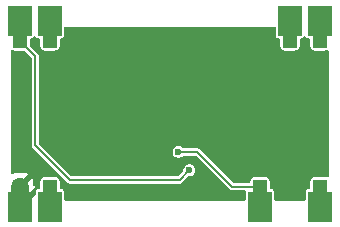
<source format=gbr>
%TF.GenerationSoftware,KiCad,Pcbnew,9.0.1+dfsg-1*%
%TF.CreationDate,2025-05-01T11:01:48+02:00*%
%TF.ProjectId,high-efficiency_dc-dc_converter,68696768-2d65-4666-9669-6369656e6379,rev?*%
%TF.SameCoordinates,Original*%
%TF.FileFunction,Copper,L2,Bot*%
%TF.FilePolarity,Positive*%
%FSLAX46Y46*%
G04 Gerber Fmt 4.6, Leading zero omitted, Abs format (unit mm)*
G04 Created by KiCad (PCBNEW 9.0.1+dfsg-1) date 2025-05-01 11:01:48*
%MOMM*%
%LPD*%
G01*
G04 APERTURE LIST*
G04 Aperture macros list*
%AMRoundRect*
0 Rectangle with rounded corners*
0 $1 Rounding radius*
0 $2 $3 $4 $5 $6 $7 $8 $9 X,Y pos of 4 corners*
0 Add a 4 corners polygon primitive as box body*
4,1,4,$2,$3,$4,$5,$6,$7,$8,$9,$2,$3,0*
0 Add four circle primitives for the rounded corners*
1,1,$1+$1,$2,$3*
1,1,$1+$1,$4,$5*
1,1,$1+$1,$6,$7*
1,1,$1+$1,$8,$9*
0 Add four rect primitives between the rounded corners*
20,1,$1+$1,$2,$3,$4,$5,0*
20,1,$1+$1,$4,$5,$6,$7,0*
20,1,$1+$1,$6,$7,$8,$9,0*
20,1,$1+$1,$8,$9,$2,$3,0*%
G04 Aperture macros list end*
%TA.AperFunction,CastellatedPad*%
%ADD10R,2.000000X2.540000*%
%TD*%
%TA.AperFunction,ComponentPad*%
%ADD11RoundRect,0.250000X-0.375000X0.375000X-0.375000X-0.375000X0.375000X-0.375000X0.375000X0.375000X0*%
%TD*%
%TA.AperFunction,ViaPad*%
%ADD12C,0.600000*%
%TD*%
%TA.AperFunction,Conductor*%
%ADD13C,1.500000*%
%TD*%
%TA.AperFunction,Conductor*%
%ADD14C,0.200000*%
%TD*%
G04 APERTURE END LIST*
D10*
%TO.P,M1,1,VCC*%
%TO.N,VBAT*%
X76200000Y-48655000D03*
D11*
X76200000Y-46955000D03*
D10*
%TO.P,M1,3*%
%TO.N,EN*%
X71120000Y-48655000D03*
D11*
X71120000Y-46955000D03*
D10*
%TO.P,M1,10*%
%TO.N,VCC_OUT*%
X53340000Y-48655000D03*
D11*
X53340000Y-46955000D03*
D10*
%TO.P,M1,11,GND*%
%TO.N,GND*%
X50800000Y-48655000D03*
D11*
X50800000Y-46955000D03*
%TO.P,M1,12*%
%TO.N,{slash}5V_SEL*%
X76200000Y-34615000D03*
D10*
X76200000Y-32915000D03*
D11*
%TO.P,M1,13*%
%TO.N,VCC_OUT*%
X73660000Y-34615000D03*
D10*
X73660000Y-32915000D03*
D11*
%TO.P,M1,21*%
X53340000Y-34615000D03*
D10*
X53340000Y-32915000D03*
D11*
%TO.P,M1,22*%
%TO.N,MODE*%
X50800000Y-34615000D03*
D10*
X50800000Y-32915000D03*
%TD*%
D12*
%TO.N,GND*%
X69580000Y-46200000D03*
X57430000Y-42865000D03*
X65390000Y-40410000D03*
X61595000Y-39370000D03*
X72450000Y-46560000D03*
X76350000Y-45530000D03*
X55080000Y-47020000D03*
X61595000Y-40640000D03*
X62230000Y-40005000D03*
X62865000Y-39370000D03*
X65080000Y-39550000D03*
X54250000Y-36010000D03*
X66040000Y-38100000D03*
X60890000Y-44540000D03*
X68690000Y-42190000D03*
X54480000Y-41130000D03*
X64130000Y-35120000D03*
X73025000Y-39370000D03*
X71810000Y-34550000D03*
X66070000Y-42250000D03*
X55680000Y-42840000D03*
X62865000Y-40640000D03*
X74900000Y-35860000D03*
X57270000Y-36330000D03*
X73660000Y-42545000D03*
X63290000Y-43540000D03*
X69850000Y-36195000D03*
X59330000Y-40040000D03*
X72200000Y-35360000D03*
%TO.N,MODE*%
X65150000Y-45570000D03*
%TO.N,EN*%
X64220000Y-44030000D03*
%TD*%
D13*
%TO.N,GND*%
X50800000Y-47762233D02*
X50800000Y-46990000D01*
D14*
%TO.N,MODE*%
X54620000Y-45970000D02*
X54620000Y-45960000D01*
X65150000Y-45570000D02*
X64320000Y-46400000D01*
X52105000Y-35920000D02*
X50800000Y-34615000D01*
X55050000Y-46400000D02*
X54620000Y-45970000D01*
X64320000Y-46400000D02*
X55050000Y-46400000D01*
X54620000Y-45960000D02*
X52105000Y-43445000D01*
X52105000Y-43445000D02*
X52105000Y-35920000D01*
%TO.N,EN*%
X64220000Y-44030000D02*
X65830000Y-44030000D01*
X68755000Y-46955000D02*
X71120000Y-46955000D01*
X65830000Y-44030000D02*
X68755000Y-46955000D01*
%TD*%
%TA.AperFunction,Conductor*%
%TO.N,GND*%
G36*
X72402539Y-33435185D02*
G01*
X72448294Y-33487989D01*
X72459500Y-33539500D01*
X72459500Y-34204752D01*
X72471131Y-34263229D01*
X72471132Y-34263230D01*
X72515447Y-34329552D01*
X72581769Y-34373867D01*
X72581770Y-34373868D01*
X72640247Y-34385499D01*
X72640250Y-34385500D01*
X72640252Y-34385500D01*
X72710500Y-34385500D01*
X72777539Y-34405185D01*
X72823294Y-34457989D01*
X72834500Y-34509500D01*
X72834500Y-35044269D01*
X72837353Y-35074699D01*
X72837353Y-35074701D01*
X72882206Y-35202880D01*
X72882207Y-35202882D01*
X72962850Y-35312150D01*
X73072118Y-35392793D01*
X73105123Y-35404342D01*
X73200299Y-35437646D01*
X73230730Y-35440500D01*
X73230734Y-35440500D01*
X74089270Y-35440500D01*
X74119699Y-35437646D01*
X74119701Y-35437646D01*
X74183790Y-35415219D01*
X74247882Y-35392793D01*
X74357150Y-35312150D01*
X74437793Y-35202882D01*
X74460219Y-35138790D01*
X74482646Y-35074701D01*
X74482646Y-35074699D01*
X74485500Y-35044269D01*
X74485500Y-34509500D01*
X74505185Y-34442461D01*
X74557989Y-34396706D01*
X74609500Y-34385500D01*
X74679750Y-34385500D01*
X74679751Y-34385499D01*
X74694568Y-34382552D01*
X74738229Y-34373868D01*
X74738229Y-34373867D01*
X74738231Y-34373867D01*
X74804552Y-34329552D01*
X74826898Y-34296108D01*
X74880510Y-34251304D01*
X74949834Y-34242597D01*
X75012862Y-34272751D01*
X75033100Y-34296106D01*
X75055448Y-34329552D01*
X75121769Y-34373867D01*
X75121770Y-34373868D01*
X75180247Y-34385499D01*
X75180250Y-34385500D01*
X75180252Y-34385500D01*
X75250500Y-34385500D01*
X75317539Y-34405185D01*
X75363294Y-34457989D01*
X75374500Y-34509500D01*
X75374500Y-35044269D01*
X75377353Y-35074699D01*
X75377353Y-35074701D01*
X75422206Y-35202880D01*
X75422207Y-35202882D01*
X75502850Y-35312150D01*
X75612118Y-35392793D01*
X75645123Y-35404342D01*
X75740299Y-35437646D01*
X75770730Y-35440500D01*
X75770734Y-35440500D01*
X76629270Y-35440500D01*
X76659699Y-35437646D01*
X76659701Y-35437646D01*
X76759970Y-35402559D01*
X76787882Y-35392793D01*
X76787882Y-35392792D01*
X76796652Y-35389724D01*
X76797106Y-35391022D01*
X76856022Y-35379040D01*
X76921149Y-35404342D01*
X76962259Y-35460839D01*
X76969500Y-35502593D01*
X76969500Y-46067406D01*
X76949815Y-46134445D01*
X76897011Y-46180200D01*
X76827853Y-46190144D01*
X76796740Y-46180024D01*
X76796652Y-46180276D01*
X76659700Y-46132353D01*
X76629270Y-46129500D01*
X76629266Y-46129500D01*
X75770734Y-46129500D01*
X75770730Y-46129500D01*
X75740300Y-46132353D01*
X75740298Y-46132353D01*
X75612119Y-46177206D01*
X75612117Y-46177207D01*
X75502850Y-46257850D01*
X75422207Y-46367117D01*
X75422206Y-46367119D01*
X75377353Y-46495298D01*
X75377353Y-46495300D01*
X75374500Y-46525730D01*
X75374500Y-47060500D01*
X75354815Y-47127539D01*
X75302011Y-47173294D01*
X75250500Y-47184500D01*
X75180247Y-47184500D01*
X75121770Y-47196131D01*
X75121769Y-47196132D01*
X75055447Y-47240447D01*
X75011132Y-47306769D01*
X75011131Y-47306770D01*
X74999500Y-47365247D01*
X74999500Y-48030500D01*
X74979815Y-48097539D01*
X74927011Y-48143294D01*
X74875500Y-48154500D01*
X72444500Y-48154500D01*
X72377461Y-48134815D01*
X72331706Y-48082011D01*
X72320500Y-48030500D01*
X72320500Y-47365249D01*
X72320499Y-47365247D01*
X72308868Y-47306770D01*
X72308867Y-47306769D01*
X72264552Y-47240447D01*
X72198230Y-47196132D01*
X72198229Y-47196131D01*
X72139752Y-47184500D01*
X72139748Y-47184500D01*
X72069500Y-47184500D01*
X72002461Y-47164815D01*
X71956706Y-47112011D01*
X71945500Y-47060500D01*
X71945500Y-46525730D01*
X71942646Y-46495300D01*
X71942646Y-46495298D01*
X71897793Y-46367119D01*
X71897792Y-46367117D01*
X71817150Y-46257850D01*
X71707882Y-46177207D01*
X71707880Y-46177206D01*
X71579700Y-46132353D01*
X71549270Y-46129500D01*
X71549266Y-46129500D01*
X70690734Y-46129500D01*
X70690730Y-46129500D01*
X70660300Y-46132353D01*
X70660298Y-46132353D01*
X70532119Y-46177206D01*
X70532117Y-46177207D01*
X70422850Y-46257850D01*
X70342207Y-46367117D01*
X70342206Y-46367119D01*
X70297353Y-46495298D01*
X70297353Y-46495300D01*
X70294500Y-46525730D01*
X70294500Y-46530500D01*
X70274815Y-46597539D01*
X70222011Y-46643294D01*
X70170500Y-46654500D01*
X68930833Y-46654500D01*
X68863794Y-46634815D01*
X68843152Y-46618181D01*
X66014512Y-43789541D01*
X66014507Y-43789537D01*
X66005065Y-43784086D01*
X66005064Y-43784086D01*
X65945991Y-43749980D01*
X65945990Y-43749979D01*
X65920513Y-43743152D01*
X65869562Y-43729500D01*
X65869560Y-43729500D01*
X64678676Y-43729500D01*
X64611637Y-43709815D01*
X64590995Y-43693181D01*
X64527316Y-43629502D01*
X64527314Y-43629500D01*
X64470250Y-43596554D01*
X64413187Y-43563608D01*
X64349539Y-43546554D01*
X64285892Y-43529500D01*
X64154108Y-43529500D01*
X64026812Y-43563608D01*
X63912686Y-43629500D01*
X63912683Y-43629502D01*
X63819502Y-43722683D01*
X63819500Y-43722686D01*
X63753608Y-43836812D01*
X63719500Y-43964108D01*
X63719500Y-44095891D01*
X63753608Y-44223187D01*
X63786554Y-44280250D01*
X63819500Y-44337314D01*
X63912686Y-44430500D01*
X64026814Y-44496392D01*
X64154108Y-44530500D01*
X64154110Y-44530500D01*
X64285890Y-44530500D01*
X64285892Y-44530500D01*
X64413186Y-44496392D01*
X64527314Y-44430500D01*
X64590995Y-44366819D01*
X64652318Y-44333334D01*
X64678676Y-44330500D01*
X65654167Y-44330500D01*
X65721206Y-44350185D01*
X65741848Y-44366819D01*
X68570489Y-47195460D01*
X68629829Y-47229720D01*
X68634302Y-47232303D01*
X68639012Y-47235022D01*
X68715438Y-47255500D01*
X69795500Y-47255500D01*
X69862539Y-47275185D01*
X69908294Y-47327989D01*
X69919500Y-47379500D01*
X69919500Y-48030500D01*
X69899815Y-48097539D01*
X69847011Y-48143294D01*
X69795500Y-48154500D01*
X54664500Y-48154500D01*
X54597461Y-48134815D01*
X54551706Y-48082011D01*
X54540500Y-48030500D01*
X54540500Y-47365249D01*
X54540499Y-47365247D01*
X54528868Y-47306770D01*
X54528867Y-47306769D01*
X54484552Y-47240447D01*
X54418230Y-47196132D01*
X54418229Y-47196131D01*
X54359752Y-47184500D01*
X54359748Y-47184500D01*
X54289500Y-47184500D01*
X54222461Y-47164815D01*
X54176706Y-47112011D01*
X54165500Y-47060500D01*
X54165500Y-46525730D01*
X54162646Y-46495300D01*
X54162646Y-46495298D01*
X54117793Y-46367119D01*
X54117792Y-46367117D01*
X54037150Y-46257850D01*
X53927882Y-46177207D01*
X53927880Y-46177206D01*
X53799700Y-46132353D01*
X53769270Y-46129500D01*
X53769266Y-46129500D01*
X52910734Y-46129500D01*
X52910730Y-46129500D01*
X52880300Y-46132353D01*
X52880298Y-46132353D01*
X52752119Y-46177206D01*
X52752117Y-46177207D01*
X52642850Y-46257850D01*
X52562207Y-46367117D01*
X52562206Y-46367119D01*
X52517353Y-46495298D01*
X52517353Y-46495300D01*
X52514500Y-46525730D01*
X52514500Y-47060500D01*
X52494815Y-47127539D01*
X52442011Y-47173294D01*
X52417831Y-47181450D01*
X52404334Y-47184500D01*
X52320252Y-47184500D01*
X52261769Y-47196133D01*
X52215226Y-47227232D01*
X52192787Y-47232303D01*
X52183488Y-47231713D01*
X52175185Y-47269883D01*
X52169456Y-47279346D01*
X52151132Y-47306770D01*
X52151131Y-47306770D01*
X52139500Y-47365247D01*
X52139500Y-47617690D01*
X52119815Y-47684729D01*
X52103181Y-47705371D01*
X51690371Y-48118181D01*
X51629048Y-48151666D01*
X51602690Y-48154500D01*
X51508034Y-48154500D01*
X51464641Y-48049742D01*
X51382563Y-47926903D01*
X51278553Y-47822893D01*
X51978672Y-47122775D01*
X52039995Y-47089290D01*
X52045139Y-47089657D01*
X52051496Y-47075052D01*
X52056150Y-47052803D01*
X52065173Y-47043633D01*
X52070309Y-47031835D01*
X52077775Y-47023671D01*
X52109405Y-46992040D01*
X52042088Y-46941647D01*
X52005664Y-46928061D01*
X51949731Y-46886190D01*
X51925315Y-46820725D01*
X51924999Y-46811880D01*
X51924999Y-46530028D01*
X51924998Y-46530013D01*
X51914505Y-46427302D01*
X51859357Y-46260875D01*
X51854900Y-46253650D01*
X51175000Y-46933550D01*
X51175000Y-46905630D01*
X51149444Y-46810255D01*
X51100075Y-46724745D01*
X51030255Y-46654925D01*
X50944745Y-46605556D01*
X50849370Y-46580000D01*
X50821446Y-46580000D01*
X51501347Y-45900099D01*
X51494124Y-45895643D01*
X51494119Y-45895641D01*
X51327697Y-45840494D01*
X51327690Y-45840493D01*
X51224980Y-45830000D01*
X50375028Y-45830000D01*
X50375012Y-45830001D01*
X50272301Y-45840494D01*
X50193503Y-45866605D01*
X50123675Y-45869007D01*
X50063633Y-45833275D01*
X50032441Y-45770754D01*
X50030500Y-45748899D01*
X50030500Y-35502593D01*
X50050185Y-35435554D01*
X50102989Y-35389799D01*
X50172147Y-35379855D01*
X50203259Y-35389976D01*
X50203348Y-35389724D01*
X50212117Y-35392792D01*
X50212118Y-35392793D01*
X50240029Y-35402559D01*
X50340299Y-35437646D01*
X50370730Y-35440500D01*
X50370734Y-35440500D01*
X51149167Y-35440500D01*
X51216206Y-35460185D01*
X51236848Y-35476819D01*
X51768181Y-36008152D01*
X51801666Y-36069475D01*
X51804500Y-36095833D01*
X51804500Y-43484562D01*
X51814739Y-43522775D01*
X51824979Y-43560991D01*
X51824980Y-43560992D01*
X51863775Y-43628186D01*
X51864456Y-43629399D01*
X51864538Y-43629509D01*
X54354335Y-46119306D01*
X54374041Y-46144987D01*
X54379537Y-46154507D01*
X54379539Y-46154510D01*
X54379540Y-46154511D01*
X54809540Y-46584511D01*
X54865489Y-46640460D01*
X54865491Y-46640461D01*
X54865495Y-46640464D01*
X54890543Y-46654925D01*
X54934011Y-46680021D01*
X55010438Y-46700500D01*
X55010440Y-46700500D01*
X64359560Y-46700500D01*
X64359562Y-46700500D01*
X64435989Y-46680021D01*
X64504511Y-46640460D01*
X64560460Y-46584511D01*
X65038151Y-46106818D01*
X65099474Y-46073334D01*
X65125832Y-46070500D01*
X65215890Y-46070500D01*
X65215892Y-46070500D01*
X65343186Y-46036392D01*
X65457314Y-45970500D01*
X65550500Y-45877314D01*
X65616392Y-45763186D01*
X65650500Y-45635892D01*
X65650500Y-45504108D01*
X65616392Y-45376814D01*
X65550500Y-45262686D01*
X65457314Y-45169500D01*
X65400250Y-45136554D01*
X65343187Y-45103608D01*
X65279539Y-45086554D01*
X65215892Y-45069500D01*
X65084108Y-45069500D01*
X64956812Y-45103608D01*
X64842686Y-45169500D01*
X64842683Y-45169502D01*
X64749502Y-45262683D01*
X64749500Y-45262686D01*
X64683608Y-45376812D01*
X64649500Y-45504108D01*
X64649500Y-45594166D01*
X64629815Y-45661205D01*
X64613181Y-45681847D01*
X64231848Y-46063181D01*
X64170525Y-46096666D01*
X64144167Y-46099500D01*
X55225833Y-46099500D01*
X55158794Y-46079815D01*
X55138152Y-46063181D01*
X54885664Y-45810693D01*
X54865959Y-45785014D01*
X54860460Y-45775489D01*
X54804511Y-45719540D01*
X52441819Y-43356848D01*
X52408334Y-43295525D01*
X52405500Y-43269167D01*
X52405500Y-35880440D01*
X52405500Y-35880438D01*
X52385022Y-35804012D01*
X52345460Y-35735489D01*
X51661819Y-35051848D01*
X51628334Y-34990525D01*
X51625500Y-34964167D01*
X51625500Y-34509500D01*
X51645185Y-34442461D01*
X51697989Y-34396706D01*
X51749500Y-34385500D01*
X51819750Y-34385500D01*
X51819751Y-34385499D01*
X51834568Y-34382552D01*
X51878229Y-34373868D01*
X51878229Y-34373867D01*
X51878231Y-34373867D01*
X51944552Y-34329552D01*
X51966898Y-34296108D01*
X52020510Y-34251304D01*
X52089834Y-34242597D01*
X52152862Y-34272751D01*
X52173100Y-34296106D01*
X52195448Y-34329552D01*
X52261769Y-34373867D01*
X52261770Y-34373868D01*
X52320247Y-34385499D01*
X52320250Y-34385500D01*
X52320252Y-34385500D01*
X52390500Y-34385500D01*
X52457539Y-34405185D01*
X52503294Y-34457989D01*
X52514500Y-34509500D01*
X52514500Y-35044269D01*
X52517353Y-35074699D01*
X52517353Y-35074701D01*
X52562206Y-35202880D01*
X52562207Y-35202882D01*
X52642850Y-35312150D01*
X52752118Y-35392793D01*
X52785123Y-35404342D01*
X52880299Y-35437646D01*
X52910730Y-35440500D01*
X52910734Y-35440500D01*
X53769270Y-35440500D01*
X53799699Y-35437646D01*
X53799701Y-35437646D01*
X53863790Y-35415219D01*
X53927882Y-35392793D01*
X54037150Y-35312150D01*
X54117793Y-35202882D01*
X54140219Y-35138790D01*
X54162646Y-35074701D01*
X54162646Y-35074699D01*
X54165500Y-35044269D01*
X54165500Y-34509500D01*
X54185185Y-34442461D01*
X54237989Y-34396706D01*
X54289500Y-34385500D01*
X54359750Y-34385500D01*
X54359751Y-34385499D01*
X54374568Y-34382552D01*
X54418229Y-34373868D01*
X54418229Y-34373867D01*
X54418231Y-34373867D01*
X54484552Y-34329552D01*
X54528867Y-34263231D01*
X54528867Y-34263229D01*
X54528868Y-34263229D01*
X54540499Y-34204752D01*
X54540500Y-34204750D01*
X54540500Y-33539500D01*
X54560185Y-33472461D01*
X54612989Y-33426706D01*
X54664500Y-33415500D01*
X72335500Y-33415500D01*
X72402539Y-33435185D01*
G37*
%TD.AperFunction*%
%TD*%
M02*

</source>
